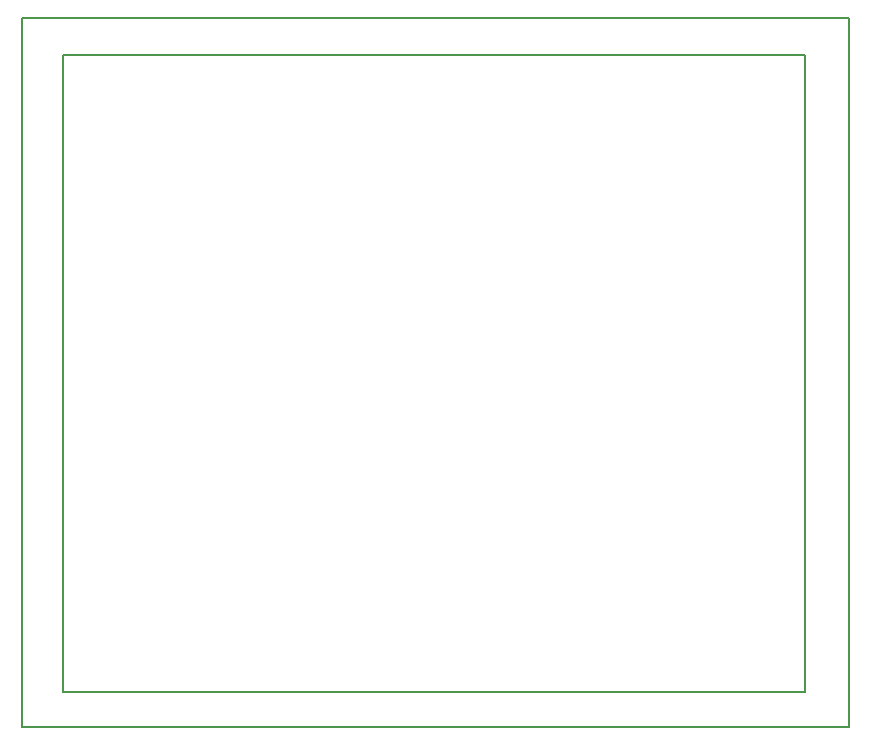
<source format=gbr>
G04 PROTEUS RS274X GERBER FILE*
%FSLAX45Y45*%
%MOMM*%
G01*
%ADD13C,0.203200*%
D13*
X-3500000Y-3000000D02*
X+3500000Y-3000000D01*
X+3500000Y+3000000D01*
X-3500000Y+3000000D01*
X-3500000Y-3000000D01*
X-3153000Y-2707760D02*
X+3133000Y-2707760D01*
X+3133000Y+2692240D01*
X-3153000Y+2692240D01*
X-3153000Y-2707760D01*
M02*

</source>
